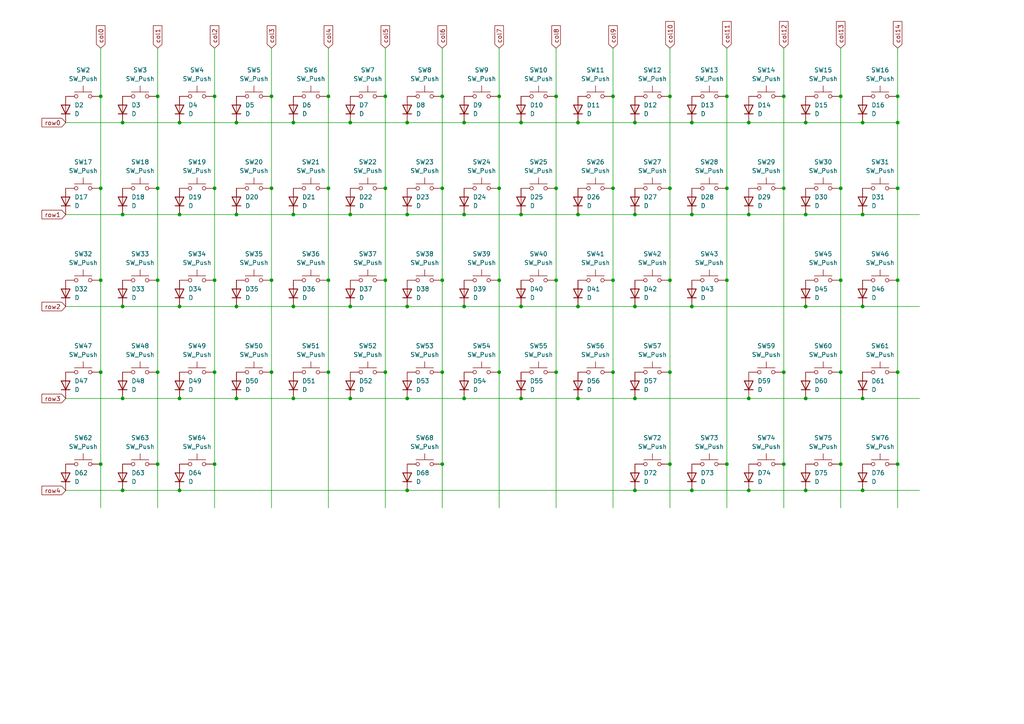
<source format=kicad_sch>
(kicad_sch (version 20250114) (generator "eeschema") (generator_version "9.0")
  (paper "A4")
  (lib_symbols
    (symbol "Device:D" (pin_numbers (hide yes)) (pin_names (offset 1.016) (hide yes))
      (property "Reference" "D" (at 0 2.54 0))
      (property "Value" "D" (at 0 -2.54 0))
      (symbol "D_0_1"
        (polyline (pts (xy -1.27 1.27) (xy -1.27 -1.27)) (stroke (width 0.254)))
        (polyline (pts (xy 1.27 1.27) (xy 1.27 -1.27) (xy -1.27 0) (xy 1.27 1.27)) (stroke (width 0.254)))
        (polyline (pts (xy 1.27 0) (xy -1.27 0)))
      )
      (symbol "D_1_1"
        (pin passive line (at -3.81 0 0) (length 2.54) (name "K") (number "1"))
        (pin passive line (at 3.81 0 180) (length 2.54) (name "A") (number "2"))
      )
    )
    (symbol "Switch:SW_Push" (pin_numbers (hide yes)) (pin_names (offset 1.016) (hide yes))
      (property "Reference" "SW" (at 1.27 2.54 0))
      (property "Value" "SW_Push" (at 0 -1.524 0))
      (symbol "SW_Push_0_1"
        (circle (center -2.032 0) (radius 0.508))
        (polyline (pts (xy 0 1.27) (xy 0 3.048)))
        (circle (center 2.032 0) (radius 0.508))
        (polyline (pts (xy 2.54 1.27) (xy -2.54 1.27)))
        (pin passive line (at -5.08 0 0) (length 2.54) (name "1") (number "1"))
        (pin passive line (at 5.08 0 180) (length 2.54) (name "2") (number "2"))
      )
    )
  )
  (junction (at 260.35 27.94))
  (junction (at 243.84 81.28))
  (junction (at 177.8 81.28))
  (junction (at 260.35 107.95))
  (junction (at 118.11 88.9))
  (junction (at 210.82 81.28))
  (junction (at 118.11 62.23))
  (junction (at 233.68 142.24))
  (junction (at 134.62 115.57))
  (junction (at 227.33 54.61))
  (junction (at 78.74 81.28))
  (junction (at 128.27 107.95))
  (junction (at 260.35 134.62))
  (junction (at 151.13 115.57))
  (junction (at 210.82 54.61))
  (junction (at 250.19 88.9))
  (junction (at 29.21 134.62))
  (junction (at 260.35 54.61))
  (junction (at 52.07 115.57))
  (junction (at 194.31 54.61))
  (junction (at 68.58 88.9))
  (junction (at 217.17 35.56))
  (junction (at 111.76 107.95))
  (junction (at 144.78 81.28))
  (junction (at 52.07 62.23))
  (junction (at 78.74 54.61))
  (junction (at 62.23 54.61))
  (junction (at 184.15 142.24))
  (junction (at 177.8 54.61))
  (junction (at 194.31 134.62))
  (junction (at 250.19 35.56))
  (junction (at 85.09 35.56))
  (junction (at 95.25 54.61))
  (junction (at 194.31 107.95))
  (junction (at 62.23 81.28))
  (junction (at 217.17 62.23))
  (junction (at 29.21 54.61))
  (junction (at 184.15 115.57))
  (junction (at 128.27 54.61))
  (junction (at 227.33 134.62))
  (junction (at 68.58 35.56))
  (junction (at 194.31 27.94))
  (junction (at 184.15 88.9))
  (junction (at 134.62 35.56))
  (junction (at 134.62 88.9))
  (junction (at 134.62 62.23))
  (junction (at 62.23 27.94))
  (junction (at 45.72 134.62))
  (junction (at 128.27 134.62))
  (junction (at 167.64 115.57))
  (junction (at 118.11 115.57))
  (junction (at 101.6 62.23))
  (junction (at 45.72 27.94))
  (junction (at 227.33 27.94))
  (junction (at 29.21 27.94))
  (junction (at 95.25 27.94))
  (junction (at 151.13 88.9))
  (junction (at 78.74 27.94))
  (junction (at 35.56 142.24))
  (junction (at 52.07 88.9))
  (junction (at 111.76 81.28))
  (junction (at 144.78 107.95))
  (junction (at 62.23 107.95))
  (junction (at 200.66 62.23))
  (junction (at 217.17 115.57))
  (junction (at 128.27 27.94))
  (junction (at 118.11 142.24))
  (junction (at 111.76 27.94))
  (junction (at 161.29 107.95))
  (junction (at 85.09 62.23))
  (junction (at 161.29 54.61))
  (junction (at 260.35 35.56))
  (junction (at 85.09 115.57))
  (junction (at 233.68 115.57))
  (junction (at 194.31 81.28))
  (junction (at 233.68 35.56))
  (junction (at 184.15 62.23))
  (junction (at 243.84 54.61))
  (junction (at 200.66 35.56))
  (junction (at 161.29 27.94))
  (junction (at 144.78 54.61))
  (junction (at 101.6 88.9))
  (junction (at 35.56 115.57))
  (junction (at 177.8 107.95))
  (junction (at 167.64 62.23))
  (junction (at 128.27 81.28))
  (junction (at 52.07 142.24))
  (junction (at 210.82 134.62))
  (junction (at 210.82 27.94))
  (junction (at 62.23 134.62))
  (junction (at 167.64 35.56))
  (junction (at 177.8 27.94))
  (junction (at 52.07 35.56))
  (junction (at 200.66 142.24))
  (junction (at 68.58 62.23))
  (junction (at 184.15 35.56))
  (junction (at 29.21 107.95))
  (junction (at 167.64 88.9))
  (junction (at 45.72 81.28))
  (junction (at 243.84 27.94))
  (junction (at 243.84 134.62))
  (junction (at 35.56 35.56))
  (junction (at 35.56 62.23))
  (junction (at 144.78 27.94))
  (junction (at 68.58 115.57))
  (junction (at 250.19 142.24))
  (junction (at 243.84 107.95))
  (junction (at 85.09 88.9))
  (junction (at 260.35 81.28))
  (junction (at 101.6 35.56))
  (junction (at 250.19 115.57))
  (junction (at 151.13 62.23))
  (junction (at 151.13 35.56))
  (junction (at 95.25 107.95))
  (junction (at 217.17 142.24))
  (junction (at 118.11 35.56))
  (junction (at 200.66 88.9))
  (junction (at 35.56 88.9))
  (junction (at 161.29 81.28))
  (junction (at 45.72 107.95))
  (junction (at 95.25 81.28))
  (junction (at 250.19 62.23))
  (junction (at 78.74 107.95))
  (junction (at 233.68 88.9))
  (junction (at 101.6 115.57))
  (junction (at 45.72 54.61))
  (junction (at 111.76 54.61))
  (junction (at 227.33 107.95))
  (junction (at 233.68 62.23))
  (junction (at 29.21 81.28))
  (wire (pts (xy 85.09 62.23) (xy 101.6 62.23)))
  (wire (pts (xy 161.29 107.95) (xy 161.29 147.32)))
  (wire (pts (xy 184.15 142.24) (xy 200.66 142.24)))
  (wire (pts (xy 243.84 27.94) (xy 243.84 54.61)))
  (wire (pts (xy 45.72 54.61) (xy 45.72 81.28)))
  (wire (pts (xy 151.13 88.9) (xy 167.64 88.9)))
  (wire (pts (xy 177.8 81.28) (xy 177.8 107.95)))
  (wire (pts (xy 167.64 35.56) (xy 184.15 35.56)))
  (wire (pts (xy 78.74 27.94) (xy 78.74 54.61)))
  (wire (pts (xy 78.74 107.95) (xy 78.74 147.32)))
  (wire (pts (xy 19.05 88.9) (xy 35.56 88.9)))
  (wire (pts (xy 200.66 142.24) (xy 217.17 142.24)))
  (wire (pts (xy 68.58 88.9) (xy 85.09 88.9)))
  (wire (pts (xy 62.23 13.97) (xy 62.23 27.94)))
  (wire (pts (xy 260.35 54.61) (xy 260.35 81.28)))
  (wire (pts (xy 260.35 13.97) (xy 260.35 27.94)))
  (wire (pts (xy 144.78 54.61) (xy 144.78 81.28)))
  (wire (pts (xy 184.15 88.9) (xy 200.66 88.9)))
  (wire (pts (xy 29.21 107.95) (xy 29.21 134.62)))
  (wire (pts (xy 118.11 115.57) (xy 134.62 115.57)))
  (wire (pts (xy 68.58 62.23) (xy 85.09 62.23)))
  (wire (pts (xy 243.84 81.28) (xy 243.84 107.95)))
  (wire (pts (xy 85.09 88.9) (xy 101.6 88.9)))
  (wire (pts (xy 233.68 142.24) (xy 250.19 142.24)))
  (wire (pts (xy 78.74 13.97) (xy 78.74 27.94)))
  (wire (pts (xy 167.64 62.23) (xy 184.15 62.23)))
  (wire (pts (xy 233.68 35.56) (xy 250.19 35.56)))
  (wire (pts (xy 233.68 88.9) (xy 250.19 88.9)))
  (wire (pts (xy 250.19 115.57) (xy 266.7 115.57)))
  (wire (pts (xy 35.56 142.24) (xy 52.07 142.24)))
  (wire (pts (xy 243.84 54.61) (xy 243.84 81.28)))
  (wire (pts (xy 260.35 27.94) (xy 260.35 35.56)))
  (wire (pts (xy 177.8 107.95) (xy 177.8 147.32)))
  (wire (pts (xy 184.15 35.56) (xy 200.66 35.56)))
  (wire (pts (xy 128.27 27.94) (xy 128.27 54.61)))
  (wire (pts (xy 177.8 54.61) (xy 177.8 81.28)))
  (wire (pts (xy 194.31 27.94) (xy 194.31 54.61)))
  (wire (pts (xy 161.29 27.94) (xy 161.29 54.61)))
  (wire (pts (xy 52.07 62.23) (xy 68.58 62.23)))
  (wire (pts (xy 167.64 115.57) (xy 184.15 115.57)))
  (wire (pts (xy 144.78 27.94) (xy 144.78 54.61)))
  (wire (pts (xy 217.17 35.56) (xy 233.68 35.56)))
  (wire (pts (xy 161.29 81.28) (xy 161.29 107.95)))
  (wire (pts (xy 111.76 27.94) (xy 111.76 54.61)))
  (wire (pts (xy 19.05 142.24) (xy 35.56 142.24)))
  (wire (pts (xy 184.15 115.57) (xy 217.17 115.57)))
  (wire (pts (xy 151.13 62.23) (xy 167.64 62.23)))
  (wire (pts (xy 210.82 81.28) (xy 210.82 134.62)))
  (wire (pts (xy 227.33 134.62) (xy 227.33 147.32)))
  (wire (pts (xy 45.72 27.94) (xy 45.72 54.61)))
  (wire (pts (xy 101.6 35.56) (xy 118.11 35.56)))
  (wire (pts (xy 101.6 115.57) (xy 118.11 115.57)))
  (wire (pts (xy 78.74 81.28) (xy 78.74 107.95)))
  (wire (pts (xy 52.07 35.56) (xy 68.58 35.56)))
  (wire (pts (xy 118.11 62.23) (xy 134.62 62.23)))
  (wire (pts (xy 144.78 13.97) (xy 144.78 27.94)))
  (wire (pts (xy 45.72 81.28) (xy 45.72 107.95)))
  (wire (pts (xy 128.27 107.95) (xy 128.27 134.62)))
  (wire (pts (xy 68.58 35.56) (xy 85.09 35.56)))
  (wire (pts (xy 151.13 115.57) (xy 167.64 115.57)))
  (wire (pts (xy 243.84 13.97) (xy 243.84 27.94)))
  (wire (pts (xy 19.05 35.56) (xy 35.56 35.56)))
  (wire (pts (xy 52.07 142.24) (xy 118.11 142.24)))
  (wire (pts (xy 144.78 81.28) (xy 144.78 107.95)))
  (wire (pts (xy 95.25 107.95) (xy 95.25 147.32)))
  (wire (pts (xy 62.23 27.94) (xy 62.23 54.61)))
  (wire (pts (xy 111.76 107.95) (xy 111.76 147.32)))
  (wire (pts (xy 128.27 134.62) (xy 128.27 147.32)))
  (wire (pts (xy 128.27 13.97) (xy 128.27 27.94)))
  (wire (pts (xy 111.76 81.28) (xy 111.76 107.95)))
  (wire (pts (xy 68.58 115.57) (xy 85.09 115.57)))
  (wire (pts (xy 78.74 54.61) (xy 78.74 81.28)))
  (wire (pts (xy 161.29 13.97) (xy 161.29 27.94)))
  (wire (pts (xy 85.09 115.57) (xy 101.6 115.57)))
  (wire (pts (xy 29.21 13.97) (xy 29.21 27.94)))
  (wire (pts (xy 134.62 35.56) (xy 151.13 35.56)))
  (wire (pts (xy 45.72 134.62) (xy 45.72 147.32)))
  (wire (pts (xy 111.76 13.97) (xy 111.76 27.94)))
  (wire (pts (xy 243.84 134.62) (xy 243.84 147.32)))
  (wire (pts (xy 62.23 81.28) (xy 62.23 107.95)))
  (wire (pts (xy 95.25 13.97) (xy 95.25 27.94)))
  (wire (pts (xy 134.62 115.57) (xy 151.13 115.57)))
  (wire (pts (xy 233.68 62.23) (xy 250.19 62.23)))
  (wire (pts (xy 250.19 142.24) (xy 266.7 142.24)))
  (wire (pts (xy 62.23 54.61) (xy 62.23 81.28)))
  (wire (pts (xy 29.21 81.28) (xy 29.21 107.95)))
  (wire (pts (xy 128.27 54.61) (xy 128.27 81.28)))
  (wire (pts (xy 101.6 88.9) (xy 118.11 88.9)))
  (wire (pts (xy 194.31 134.62) (xy 194.31 147.32)))
  (wire (pts (xy 134.62 88.9) (xy 151.13 88.9)))
  (wire (pts (xy 184.15 62.23) (xy 200.66 62.23)))
  (wire (pts (xy 227.33 54.61) (xy 227.33 107.95)))
  (wire (pts (xy 227.33 13.97) (xy 227.33 27.94)))
  (wire (pts (xy 260.35 35.56) (xy 260.35 54.61)))
  (wire (pts (xy 35.56 62.23) (xy 52.07 62.23)))
  (wire (pts (xy 35.56 115.57) (xy 52.07 115.57)))
  (wire (pts (xy 250.19 88.9) (xy 266.7 88.9)))
  (wire (pts (xy 161.29 54.61) (xy 161.29 81.28)))
  (wire (pts (xy 35.56 35.56) (xy 52.07 35.56)))
  (wire (pts (xy 95.25 54.61) (xy 95.25 81.28)))
  (wire (pts (xy 134.62 62.23) (xy 151.13 62.23)))
  (wire (pts (xy 227.33 27.94) (xy 227.33 54.61)))
  (wire (pts (xy 250.19 35.56) (xy 260.35 35.56)))
  (wire (pts (xy 111.76 54.61) (xy 111.76 81.28)))
  (wire (pts (xy 210.82 13.97) (xy 210.82 27.94)))
  (wire (pts (xy 194.31 54.61) (xy 194.31 81.28)))
  (wire (pts (xy 144.78 107.95) (xy 144.78 147.32)))
  (wire (pts (xy 194.31 107.95) (xy 194.31 134.62)))
  (wire (pts (xy 128.27 81.28) (xy 128.27 107.95)))
  (wire (pts (xy 95.25 27.94) (xy 95.25 54.61)))
  (wire (pts (xy 210.82 54.61) (xy 210.82 81.28)))
  (wire (pts (xy 118.11 35.56) (xy 134.62 35.56)))
  (wire (pts (xy 35.56 88.9) (xy 52.07 88.9)))
  (wire (pts (xy 260.35 81.28) (xy 260.35 107.95)))
  (wire (pts (xy 227.33 107.95) (xy 227.33 134.62)))
  (wire (pts (xy 19.05 115.57) (xy 35.56 115.57)))
  (wire (pts (xy 233.68 115.57) (xy 250.19 115.57)))
  (wire (pts (xy 200.66 62.23) (xy 217.17 62.23)))
  (wire (pts (xy 45.72 13.97) (xy 45.72 27.94)))
  (wire (pts (xy 29.21 54.61) (xy 29.21 81.28)))
  (wire (pts (xy 210.82 134.62) (xy 210.82 147.32)))
  (wire (pts (xy 19.05 62.23) (xy 35.56 62.23)))
  (wire (pts (xy 200.66 35.56) (xy 217.17 35.56)))
  (wire (pts (xy 29.21 27.94) (xy 29.21 54.61)))
  (wire (pts (xy 200.66 88.9) (xy 233.68 88.9)))
  (wire (pts (xy 217.17 142.24) (xy 233.68 142.24)))
  (wire (pts (xy 118.11 88.9) (xy 134.62 88.9)))
  (wire (pts (xy 62.23 107.95) (xy 62.23 134.62)))
  (wire (pts (xy 250.19 62.23) (xy 266.7 62.23)))
  (wire (pts (xy 194.31 81.28) (xy 194.31 107.95)))
  (wire (pts (xy 101.6 62.23) (xy 118.11 62.23)))
  (wire (pts (xy 29.21 134.62) (xy 29.21 147.32)))
  (wire (pts (xy 177.8 13.97) (xy 177.8 27.94)))
  (wire (pts (xy 210.82 27.94) (xy 210.82 54.61)))
  (wire (pts (xy 243.84 107.95) (xy 243.84 134.62)))
  (wire (pts (xy 52.07 88.9) (xy 68.58 88.9)))
  (wire (pts (xy 45.72 107.95) (xy 45.72 134.62)))
  (wire (pts (xy 194.31 13.97) (xy 194.31 27.94)))
  (wire (pts (xy 62.23 134.62) (xy 62.23 147.32)))
  (wire (pts (xy 52.07 115.57) (xy 68.58 115.57)))
  (wire (pts (xy 217.17 115.57) (xy 233.68 115.57)))
  (wire (pts (xy 177.8 27.94) (xy 177.8 54.61)))
  (wire (pts (xy 118.11 142.24) (xy 184.15 142.24)))
  (wire (pts (xy 260.35 134.62) (xy 260.35 147.32)))
  (wire (pts (xy 95.25 81.28) (xy 95.25 107.95)))
  (wire (pts (xy 217.17 62.23) (xy 233.68 62.23)))
  (wire (pts (xy 85.09 35.56) (xy 101.6 35.56)))
  (wire (pts (xy 151.13 35.56) (xy 167.64 35.56)))
  (wire (pts (xy 167.64 88.9) (xy 184.15 88.9)))
  (wire (pts (xy 260.35 107.95) (xy 260.35 134.62)))
  (global_label "row4" (shape input) (at 19.05 142.24 180) (property "Intersheetrefs" "${INTERSHEET_REFS}" (effects (hide yes))))
  (global_label "col6" (shape input) (at 128.27 13.97 90) (property "Intersheetrefs" "${INTERSHEET_REFS}" (effects (hide yes))))
  (global_label "col8" (shape input) (at 161.29 13.97 90) (property "Intersheetrefs" "${INTERSHEET_REFS}" (effects (hide yes))))
  (global_label "row0" (shape input) (at 19.05 35.56 180) (property "Intersheetrefs" "${INTERSHEET_REFS}" (effects (hide yes))))
  (global_label "col9" (shape input) (at 177.8 13.97 90) (property "Intersheetrefs" "${INTERSHEET_REFS}" (effects (hide yes))))
  (global_label "row2" (shape input) (at 19.05 88.9 180) (property "Intersheetrefs" "${INTERSHEET_REFS}" (effects (hide yes))))
  (global_label "col14" (shape input) (at 260.35 13.97 90) (property "Intersheetrefs" "${INTERSHEET_REFS}" (effects (hide yes))))
  (global_label "col5" (shape input) (at 111.76 13.97 90) (property "Intersheetrefs" "${INTERSHEET_REFS}" (effects (hide yes))))
  (global_label "col4" (shape input) (at 95.25 13.97 90) (property "Intersheetrefs" "${INTERSHEET_REFS}" (effects (hide yes))))
  (global_label "col0" (shape input) (at 29.21 13.97 90) (property "Intersheetrefs" "${INTERSHEET_REFS}" (effects (hide yes))))
  (global_label "col1" (shape input) (at 45.72 13.97 90) (property "Intersheetrefs" "${INTERSHEET_REFS}" (effects (hide yes))))
  (global_label "row3" (shape input) (at 19.05 115.57 180) (property "Intersheetrefs" "${INTERSHEET_REFS}" (effects (hide yes))))
  (global_label "row1" (shape input) (at 19.05 62.23 180) (property "Intersheetrefs" "${INTERSHEET_REFS}" (effects (hide yes))))
  (global_label "col7" (shape input) (at 144.78 13.97 90) (property "Intersheetrefs" "${INTERSHEET_REFS}" (effects (hide yes))))
  (global_label "col12" (shape input) (at 227.33 13.97 90) (property "Intersheetrefs" "${INTERSHEET_REFS}" (effects (hide yes))))
  (global_label "col10" (shape input) (at 194.31 13.97 90) (property "Intersheetrefs" "${INTERSHEET_REFS}" (effects (hide yes))))
  (global_label "col11" (shape input) (at 210.82 13.97 90) (property "Intersheetrefs" "${INTERSHEET_REFS}" (effects (hide yes))))
  (global_label "col2" (shape input) (at 62.23 13.97 90) (property "Intersheetrefs" "${INTERSHEET_REFS}" (effects (hide yes))))
  (global_label "col3" (shape input) (at 78.74 13.97 90) (property "Intersheetrefs" "${INTERSHEET_REFS}" (effects (hide yes))))
  (global_label "col13" (shape input) (at 243.84 13.97 90) (property "Intersheetrefs" "${INTERSHEET_REFS}" (effects (hide yes))))
  (symbol (lib_id "Device:D") (at 233.68 138.43 90) (unit 1)
    (property "Reference" "D75" (at 236.22 137.1599 90) (effects (justify right)))
    (property "Value" "D" (at 236.22 139.6999 90) (effects (justify right)))
    (property "Description" "Diode" (effects (hide yes)))
    (property "Sim.Device" "D" (effects (hide yes)))
    (property "Sim.Pins" "1=K 2=A" (effects (hide yes)))
  )
  (symbol (lib_id "Switch:SW_Push") (at 139.7 54.61 0) (unit 1)
    (property "Reference" "SW24" (at 139.7 46.99 0))
    (property "Value" "SW_Push" (at 139.7 49.53 0))
    (property "Description" "Push button switch, generic, two pins" (effects (hide yes)))
  )
  (symbol (lib_id "Device:D") (at 19.05 31.75 90) (unit 1)
    (property "Reference" "D2" (at 21.59 30.4799 90) (effects (justify right)))
    (property "Value" "D" (at 21.59 33.0199 90) (effects (justify right)))
    (property "Description" "Diode" (effects (hide yes)))
    (property "Sim.Device" "D" (effects (hide yes)))
    (property "Sim.Pins" "1=K 2=A" (effects (hide yes)))
  )
  (symbol (lib_id "Switch:SW_Push") (at 172.72 54.61 0) (unit 1)
    (property "Reference" "SW26" (at 172.72 46.99 0))
    (property "Value" "SW_Push" (at 172.72 49.53 0))
    (property "Description" "Push button switch, generic, two pins" (effects (hide yes)))
  )
  (symbol (lib_id "Device:D") (at 19.05 138.43 90) (unit 1)
    (property "Reference" "D62" (at 21.59 137.1599 90) (effects (justify right)))
    (property "Value" "D" (at 21.59 139.6999 90) (effects (justify right)))
    (property "Description" "Diode" (effects (hide yes)))
    (property "Sim.Device" "D" (effects (hide yes)))
    (property "Sim.Pins" "1=K 2=A" (effects (hide yes)))
  )
  (symbol (lib_id "Switch:SW_Push") (at 106.68 27.94 0) (unit 1)
    (property "Reference" "SW7" (at 106.68 20.32 0))
    (property "Value" "SW_Push" (at 106.68 22.86 0))
    (property "Description" "Push button switch, generic, two pins" (effects (hide yes)))
  )
  (symbol (lib_id "Device:D") (at 217.17 138.43 90) (unit 1)
    (property "Reference" "D74" (at 219.71 137.1599 90) (effects (justify right)))
    (property "Value" "D" (at 219.71 139.6999 90) (effects (justify right)))
    (property "Description" "Diode" (effects (hide yes)))
    (property "Sim.Device" "D" (effects (hide yes)))
    (property "Sim.Pins" "1=K 2=A" (effects (hide yes)))
  )
  (symbol (lib_id "Switch:SW_Push") (at 24.13 107.95 0) (unit 1)
    (property "Reference" "SW47" (at 24.13 100.33 0))
    (property "Value" "SW_Push" (at 24.13 102.87 0))
    (property "Description" "Push button switch, generic, two pins" (effects (hide yes)))
  )
  (symbol (lib_id "Switch:SW_Push") (at 24.13 134.62 0) (unit 1)
    (property "Reference" "SW62" (at 24.13 127 0))
    (property "Value" "SW_Push" (at 24.13 129.54 0))
    (property "Description" "Push button switch, generic, two pins" (effects (hide yes)))
  )
  (symbol (lib_id "Device:D") (at 118.11 111.76 90) (unit 1)
    (property "Reference" "D53" (at 120.65 110.4899 90) (effects (justify right)))
    (property "Value" "D" (at 120.65 113.0299 90) (effects (justify right)))
    (property "Description" "Diode" (effects (hide yes)))
    (property "Sim.Device" "D" (effects (hide yes)))
    (property "Sim.Pins" "1=K 2=A" (effects (hide yes)))
  )
  (symbol (lib_id "Switch:SW_Push") (at 123.19 134.62 0) (unit 1)
    (property "Reference" "SW68" (at 123.19 127 0))
    (property "Value" "SW_Push" (at 123.19 129.54 0))
    (property "Description" "Push button switch, generic, two pins" (effects (hide yes)))
  )
  (symbol (lib_id "Device:D") (at 250.19 85.09 90) (unit 1)
    (property "Reference" "D46" (at 252.73 83.8199 90) (effects (justify right)))
    (property "Value" "D" (at 252.73 86.3599 90) (effects (justify right)))
    (property "Description" "Diode" (effects (hide yes)))
    (property "Sim.Device" "D" (effects (hide yes)))
    (property "Sim.Pins" "1=K 2=A" (effects (hide yes)))
  )
  (symbol (lib_id "Device:D") (at 118.11 31.75 90) (unit 1)
    (property "Reference" "D8" (at 120.65 30.4799 90) (effects (justify right)))
    (property "Value" "D" (at 120.65 33.0199 90) (effects (justify right)))
    (property "Description" "Diode" (effects (hide yes)))
    (property "Sim.Device" "D" (effects (hide yes)))
    (property "Sim.Pins" "1=K 2=A" (effects (hide yes)))
  )
  (symbol (lib_id "Switch:SW_Push") (at 123.19 27.94 0) (unit 1)
    (property "Reference" "SW8" (at 123.19 20.32 0))
    (property "Value" "SW_Push" (at 123.19 22.86 0))
    (property "Description" "Push button switch, generic, two pins" (effects (hide yes)))
  )
  (symbol (lib_id "Switch:SW_Push") (at 255.27 54.61 0) (unit 1)
    (property "Reference" "SW31" (at 255.27 46.99 0))
    (property "Value" "SW_Push" (at 255.27 49.53 0))
    (property "Description" "Push button switch, generic, two pins" (effects (hide yes)))
  )
  (symbol (lib_id "Device:D") (at 167.64 111.76 90) (unit 1)
    (property "Reference" "D56" (at 170.18 110.4899 90) (effects (justify right)))
    (property "Value" "D" (at 170.18 113.0299 90) (effects (justify right)))
    (property "Description" "Diode" (effects (hide yes)))
    (property "Sim.Device" "D" (effects (hide yes)))
    (property "Sim.Pins" "1=K 2=A" (effects (hide yes)))
  )
  (symbol (lib_id "Device:D") (at 35.56 111.76 90) (unit 1)
    (property "Reference" "D48" (at 38.1 110.4899 90) (effects (justify right)))
    (property "Value" "D" (at 38.1 113.0299 90) (effects (justify right)))
    (property "Description" "Diode" (effects (hide yes)))
    (property "Sim.Device" "D" (effects (hide yes)))
    (property "Sim.Pins" "1=K 2=A" (effects (hide yes)))
  )
  (symbol (lib_id "Device:D") (at 134.62 111.76 90) (unit 1)
    (property "Reference" "D54" (at 137.16 110.4899 90) (effects (justify right)))
    (property "Value" "D" (at 137.16 113.0299 90) (effects (justify right)))
    (property "Description" "Diode" (effects (hide yes)))
    (property "Sim.Device" "D" (effects (hide yes)))
    (property "Sim.Pins" "1=K 2=A" (effects (hide yes)))
  )
  (symbol (lib_id "Switch:SW_Push") (at 255.27 27.94 0) (unit 1)
    (property "Reference" "SW16" (at 255.27 20.32 0))
    (property "Value" "SW_Push" (at 255.27 22.86 0))
    (property "Description" "Push button switch, generic, two pins" (effects (hide yes)))
  )
  (symbol (lib_id "Device:D") (at 19.05 85.09 90) (unit 1)
    (property "Reference" "D32" (at 21.59 83.8199 90) (effects (justify right)))
    (property "Value" "D" (at 21.59 86.3599 90) (effects (justify right)))
    (property "Description" "Diode" (effects (hide yes)))
    (property "Sim.Device" "D" (effects (hide yes)))
    (property "Sim.Pins" "1=K 2=A" (effects (hide yes)))
  )
  (symbol (lib_id "Switch:SW_Push") (at 106.68 107.95 0) (unit 1)
    (property "Reference" "SW52" (at 106.68 100.33 0))
    (property "Value" "SW_Push" (at 106.68 102.87 0))
    (property "Description" "Push button switch, generic, two pins" (effects (hide yes)))
  )
  (symbol (lib_id "Switch:SW_Push") (at 123.19 54.61 0) (unit 1)
    (property "Reference" "SW23" (at 123.19 46.99 0))
    (property "Value" "SW_Push" (at 123.19 49.53 0))
    (property "Description" "Push button switch, generic, two pins" (effects (hide yes)))
  )
  (symbol (lib_id "Switch:SW_Push") (at 139.7 27.94 0) (unit 1)
    (property "Reference" "SW9" (at 139.7 20.32 0))
    (property "Value" "SW_Push" (at 139.7 22.86 0))
    (property "Description" "Push button switch, generic, two pins" (effects (hide yes)))
  )
  (symbol (lib_id "Switch:SW_Push") (at 40.64 134.62 0) (unit 1)
    (property "Reference" "SW63" (at 40.64 127 0))
    (property "Value" "SW_Push" (at 40.64 129.54 0))
    (property "Description" "Push button switch, generic, two pins" (effects (hide yes)))
  )
  (symbol (lib_id "Switch:SW_Push") (at 40.64 81.28 0) (unit 1)
    (property "Reference" "SW33" (at 40.64 73.66 0))
    (property "Value" "SW_Push" (at 40.64 76.2 0))
    (property "Description" "Push button switch, generic, two pins" (effects (hide yes)))
  )
  (symbol (lib_id "Device:D") (at 35.56 58.42 90) (unit 1)
    (property "Reference" "D18" (at 38.1 57.1499 90) (effects (justify right)))
    (property "Value" "D" (at 38.1 59.6899 90) (effects (justify right)))
    (property "Description" "Diode" (effects (hide yes)))
    (property "Sim.Device" "D" (effects (hide yes)))
    (property "Sim.Pins" "1=K 2=A" (effects (hide yes)))
  )
  (symbol (lib_id "Switch:SW_Push") (at 255.27 81.28 0) (unit 1)
    (property "Reference" "SW46" (at 255.27 73.66 0))
    (property "Value" "SW_Push" (at 255.27 76.2 0))
    (property "Description" "Push button switch, generic, two pins" (effects (hide yes)))
  )
  (symbol (lib_id "Device:D") (at 101.6 31.75 90) (unit 1)
    (property "Reference" "D7" (at 104.14 30.4799 90) (effects (justify right)))
    (property "Value" "D" (at 104.14 33.0199 90) (effects (justify right)))
    (property "Description" "Diode" (effects (hide yes)))
    (property "Sim.Device" "D" (effects (hide yes)))
    (property "Sim.Pins" "1=K 2=A" (effects (hide yes)))
  )
  (symbol (lib_id "Switch:SW_Push") (at 57.15 134.62 0) (unit 1)
    (property "Reference" "SW64" (at 57.15 127 0))
    (property "Value" "SW_Push" (at 57.15 129.54 0))
    (property "Description" "Push button switch, generic, two pins" (effects (hide yes)))
  )
  (symbol (lib_id "Device:D") (at 200.66 85.09 90) (unit 1)
    (property "Reference" "D43" (at 203.2 83.8199 90) (effects (justify right)))
    (property "Value" "D" (at 203.2 86.3599 90) (effects (justify right)))
    (property "Description" "Diode" (effects (hide yes)))
    (property "Sim.Device" "D" (effects (hide yes)))
    (property "Sim.Pins" "1=K 2=A" (effects (hide yes)))
  )
  (symbol (lib_id "Switch:SW_Push") (at 172.72 81.28 0) (unit 1)
    (property "Reference" "SW41" (at 172.72 73.66 0))
    (property "Value" "SW_Push" (at 172.72 76.2 0))
    (property "Description" "Push button switch, generic, two pins" (effects (hide yes)))
  )
  (symbol (lib_id "Switch:SW_Push") (at 222.25 107.95 0) (unit 1)
    (property "Reference" "SW59" (at 222.25 100.33 0))
    (property "Value" "SW_Push" (at 222.25 102.87 0))
    (property "Description" "Push button switch, generic, two pins" (effects (hide yes)))
  )
  (symbol (lib_id "Device:D") (at 19.05 111.76 90) (unit 1)
    (property "Reference" "D47" (at 21.59 110.4899 90) (effects (justify right)))
    (property "Value" "D" (at 21.59 113.0299 90) (effects (justify right)))
    (property "Description" "Diode" (effects (hide yes)))
    (property "Sim.Device" "D" (effects (hide yes)))
    (property "Sim.Pins" "1=K 2=A" (effects (hide yes)))
  )
  (symbol (lib_id "Switch:SW_Push") (at 172.72 107.95 0) (unit 1)
    (property "Reference" "SW56" (at 172.72 100.33 0))
    (property "Value" "SW_Push" (at 172.72 102.87 0))
    (property "Description" "Push button switch, generic, two pins" (effects (hide yes)))
  )
  (symbol (lib_id "Switch:SW_Push") (at 222.25 54.61 0) (unit 1)
    (property "Reference" "SW29" (at 222.25 46.99 0))
    (property "Value" "SW_Push" (at 222.25 49.53 0))
    (property "Description" "Push button switch, generic, two pins" (effects (hide yes)))
  )
  (symbol (lib_id "Switch:SW_Push") (at 57.15 81.28 0) (unit 1)
    (property "Reference" "SW34" (at 57.15 73.66 0))
    (property "Value" "SW_Push" (at 57.15 76.2 0))
    (property "Description" "Push button switch, generic, two pins" (effects (hide yes)))
  )
  (symbol (lib_id "Switch:SW_Push") (at 255.27 134.62 0) (unit 1)
    (property "Reference" "SW76" (at 255.27 127 0))
    (property "Value" "SW_Push" (at 255.27 129.54 0))
    (property "Description" "Push button switch, generic, two pins" (effects (hide yes)))
  )
  (symbol (lib_id "Switch:SW_Push") (at 255.27 107.95 0) (unit 1)
    (property "Reference" "SW61" (at 255.27 100.33 0))
    (property "Value" "SW_Push" (at 255.27 102.87 0))
    (property "Description" "Push button switch, generic, two pins" (effects (hide yes)))
  )
  (symbol (lib_id "Switch:SW_Push") (at 24.13 54.61 0) (unit 1)
    (property "Reference" "SW17" (at 24.13 46.99 0))
    (property "Value" "SW_Push" (at 24.13 49.53 0))
    (property "Description" "Push button switch, generic, two pins" (effects (hide yes)))
  )
  (symbol (lib_id "Switch:SW_Push") (at 189.23 81.28 0) (unit 1)
    (property "Reference" "SW42" (at 189.23 73.66 0))
    (property "Value" "SW_Push" (at 189.23 76.2 0))
    (property "Description" "Push button switch, generic, two pins" (effects (hide yes)))
  )
  (symbol (lib_id "Device:D") (at 217.17 111.76 90) (unit 1)
    (property "Reference" "D59" (at 219.71 110.4899 90) (effects (justify right)))
    (property "Value" "D" (at 219.71 113.0299 90) (effects (justify right)))
    (property "Description" "Diode" (effects (hide yes)))
    (property "Sim.Device" "D" (effects (hide yes)))
    (property "Sim.Pins" "1=K 2=A" (effects (hide yes)))
  )
  (symbol (lib_id "Switch:SW_Push") (at 189.23 134.62 0) (unit 1)
    (property "Reference" "SW72" (at 189.23 127 0))
    (property "Value" "SW_Push" (at 189.23 129.54 0))
    (property "Description" "Push button switch, generic, two pins" (effects (hide yes)))
  )
  (symbol (lib_id "Device:D") (at 68.58 31.75 90) (unit 1)
    (property "Reference" "D5" (at 71.12 30.4799 90) (effects (justify right)))
    (property "Value" "D" (at 71.12 33.0199 90) (effects (justify right)))
    (property "Description" "Diode" (effects (hide yes)))
    (property "Sim.Device" "D" (effects (hide yes)))
    (property "Sim.Pins" "1=K 2=A" (effects (hide yes)))
  )
  (symbol (lib_id "Switch:SW_Push") (at 106.68 81.28 0) (unit 1)
    (property "Reference" "SW37" (at 106.68 73.66 0))
    (property "Value" "SW_Push" (at 106.68 76.2 0))
    (property "Description" "Push button switch, generic, two pins" (effects (hide yes)))
  )
  (symbol (lib_id "Device:D") (at 217.17 58.42 90) (unit 1)
    (property "Reference" "D29" (at 219.71 57.1499 90) (effects (justify right)))
    (property "Value" "D" (at 219.71 59.6899 90) (effects (justify right)))
    (property "Description" "Diode" (effects (hide yes)))
    (property "Sim.Device" "D" (effects (hide yes)))
    (property "Sim.Pins" "1=K 2=A" (effects (hide yes)))
  )
  (symbol (lib_id "Device:D") (at 151.13 31.75 90) (unit 1)
    (property "Reference" "D10" (at 153.67 30.4799 90) (effects (justify right)))
    (property "Value" "D" (at 153.67 33.0199 90) (effects (justify right)))
    (property "Description" "Diode" (effects (hide yes)))
    (property "Sim.Device" "D" (effects (hide yes)))
    (property "Sim.Pins" "1=K 2=A" (effects (hide yes)))
  )
  (symbol (lib_id "Device:D") (at 134.62 85.09 90) (unit 1)
    (property "Reference" "D39" (at 137.16 83.8199 90) (effects (justify right)))
    (property "Value" "D" (at 137.16 86.3599 90) (effects (justify right)))
    (property "Description" "Diode" (effects (hide yes)))
    (property "Sim.Device" "D" (effects (hide yes)))
    (property "Sim.Pins" "1=K 2=A" (effects (hide yes)))
  )
  (symbol (lib_id "Device:D") (at 233.68 85.09 90) (unit 1)
    (property "Reference" "D45" (at 236.22 83.8199 90) (effects (justify right)))
    (property "Value" "D" (at 236.22 86.3599 90) (effects (justify right)))
    (property "Description" "Diode" (effects (hide yes)))
    (property "Sim.Device" "D" (effects (hide yes)))
    (property "Sim.Pins" "1=K 2=A" (effects (hide yes)))
  )
  (symbol (lib_id "Device:D") (at 85.09 85.09 90) (unit 1)
    (property "Reference" "D36" (at 87.63 83.8199 90) (effects (justify right)))
    (property "Value" "D" (at 87.63 86.3599 90) (effects (justify right)))
    (property "Description" "Diode" (effects (hide yes)))
    (property "Sim.Device" "D" (effects (hide yes)))
    (property "Sim.Pins" "1=K 2=A" (effects (hide yes)))
  )
  (symbol (lib_id "Device:D") (at 85.09 111.76 90) (unit 1)
    (property "Reference" "D51" (at 87.63 110.4899 90) (effects (justify right)))
    (property "Value" "D" (at 87.63 113.0299 90) (effects (justify right)))
    (property "Description" "Diode" (effects (hide yes)))
    (property "Sim.Device" "D" (effects (hide yes)))
    (property "Sim.Pins" "1=K 2=A" (effects (hide yes)))
  )
  (symbol (lib_id "Device:D") (at 52.07 111.76 90) (unit 1)
    (property "Reference" "D49" (at 54.61 110.4899 90) (effects (justify right)))
    (property "Value" "D" (at 54.61 113.0299 90) (effects (justify right)))
    (property "Description" "Diode" (effects (hide yes)))
    (property "Sim.Device" "D" (effects (hide yes)))
    (property "Sim.Pins" "1=K 2=A" (effects (hide yes)))
  )
  (symbol (lib_id "Device:D") (at 167.64 58.42 90) (unit 1)
    (property "Reference" "D26" (at 170.18 57.1499 90) (effects (justify right)))
    (property "Value" "D" (at 170.18 59.6899 90) (effects (justify right)))
    (property "Description" "Diode" (effects (hide yes)))
    (property "Sim.Device" "D" (effects (hide yes)))
    (property "Sim.Pins" "1=K 2=A" (effects (hide yes)))
  )
  (symbol (lib_id "Device:D") (at 151.13 111.76 90) (unit 1)
    (property "Reference" "D55" (at 153.67 110.4899 90) (effects (justify right)))
    (property "Value" "D" (at 153.67 113.0299 90) (effects (justify right)))
    (property "Description" "Diode" (effects (hide yes)))
    (property "Sim.Device" "D" (effects (hide yes)))
    (property "Sim.Pins" "1=K 2=A" (effects (hide yes)))
  )
  (symbol (lib_id "Device:D") (at 233.68 58.42 90) (unit 1)
    (property "Reference" "D30" (at 236.22 57.1499 90) (effects (justify right)))
    (property "Value" "D" (at 236.22 59.6899 90) (effects (justify right)))
    (property "Description" "Diode" (effects (hide yes)))
    (property "Sim.Device" "D" (effects (hide yes)))
    (property "Sim.Pins" "1=K 2=A" (effects (hide yes)))
  )
  (symbol (lib_id "Switch:SW_Push") (at 205.74 27.94 0) (unit 1)
    (property "Reference" "SW13" (at 205.74 20.32 0))
    (property "Value" "SW_Push" (at 205.74 22.86 0))
    (property "Description" "Push button switch, generic, two pins" (effects (hide yes)))
  )
  (symbol (lib_id "Switch:SW_Push") (at 106.68 54.61 0) (unit 1)
    (property "Reference" "SW22" (at 106.68 46.99 0))
    (property "Value" "SW_Push" (at 106.68 49.53 0))
    (property "Description" "Push button switch, generic, two pins" (effects (hide yes)))
  )
  (symbol (lib_id "Device:D") (at 35.56 138.43 90) (unit 1)
    (property "Reference" "D63" (at 38.1 137.1599 90) (effects (justify right)))
    (property "Value" "D" (at 38.1 139.6999 90) (effects (justify right)))
    (property "Description" "Diode" (effects (hide yes)))
    (property "Sim.Device" "D" (effects (hide yes)))
    (property "Sim.Pins" "1=K 2=A" (effects (hide yes)))
  )
  (symbol (lib_id "Device:D") (at 184.15 85.09 90) (unit 1)
    (property "Reference" "D42" (at 186.69 83.8199 90) (effects (justify right)))
    (property "Value" "D" (at 186.69 86.3599 90) (effects (justify right)))
    (property "Description" "Diode" (effects (hide yes)))
    (property "Sim.Device" "D" (effects (hide yes)))
    (property "Sim.Pins" "1=K 2=A" (effects (hide yes)))
  )
  (symbol (lib_id "Switch:SW_Push") (at 238.76 27.94 0) (unit 1)
    (property "Reference" "SW15" (at 238.76 20.32 0))
    (property "Value" "SW_Push" (at 238.76 22.86 0))
    (property "Description" "Push button switch, generic, two pins" (effects (hide yes)))
  )
  (symbol (lib_id "Device:D") (at 118.11 138.43 90) (unit 1)
    (property "Reference" "D68" (at 120.65 137.1599 90) (effects (justify right)))
    (property "Value" "D" (at 120.65 139.6999 90) (effects (justify right)))
    (property "Description" "Diode" (effects (hide yes)))
    (property "Sim.Device" "D" (effects (hide yes)))
    (property "Sim.Pins" "1=K 2=A" (effects (hide yes)))
  )
  (symbol (lib_id "Device:D") (at 19.05 58.42 90) (unit 1)
    (property "Reference" "D17" (at 21.59 57.1499 90) (effects (justify right)))
    (property "Value" "D" (at 21.59 59.6899 90) (effects (justify right)))
    (property "Description" "Diode" (effects (hide yes)))
    (property "Sim.Device" "D" (effects (hide yes)))
    (property "Sim.Pins" "1=K 2=A" (effects (hide yes)))
  )
  (symbol (lib_id "Switch:SW_Push") (at 90.17 107.95 0) (unit 1)
    (property "Reference" "SW51" (at 90.17 100.33 0))
    (property "Value" "SW_Push" (at 90.17 102.87 0))
    (property "Description" "Push button switch, generic, two pins" (effects (hide yes)))
  )
  (symbol (lib_id "Switch:SW_Push") (at 73.66 54.61 0) (unit 1)
    (property "Reference" "SW20" (at 73.66 46.99 0))
    (property "Value" "SW_Push" (at 73.66 49.53 0))
    (property "Description" "Push button switch, generic, two pins" (effects (hide yes)))
  )
  (symbol (lib_id "Switch:SW_Push") (at 57.15 27.94 0) (unit 1)
    (property "Reference" "SW4" (at 57.15 20.32 0))
    (property "Value" "SW_Push" (at 57.15 22.86 0))
    (property "Description" "Push button switch, generic, two pins" (effects (hide yes)))
  )
  (symbol (lib_id "Switch:SW_Push") (at 205.74 134.62 0) (unit 1)
    (property "Reference" "SW73" (at 205.74 127 0))
    (property "Value" "SW_Push" (at 205.74 129.54 0))
    (property "Description" "Push button switch, generic, two pins" (effects (hide yes)))
  )
  (symbol (lib_id "Switch:SW_Push") (at 139.7 81.28 0) (unit 1)
    (property "Reference" "SW39" (at 139.7 73.66 0))
    (property "Value" "SW_Push" (at 139.7 76.2 0))
    (property "Description" "Push button switch, generic, two pins" (effects (hide yes)))
  )
  (symbol (lib_id "Device:D") (at 68.58 58.42 90) (unit 1)
    (property "Reference" "D20" (at 71.12 57.1499 90) (effects (justify right)))
    (property "Value" "D" (at 71.12 59.6899 90) (effects (justify right)))
    (property "Description" "Diode" (effects (hide yes)))
    (property "Sim.Device" "D" (effects (hide yes)))
    (property "Sim.Pins" "1=K 2=A" (effects (hide yes)))
  )
  (symbol (lib_id "Device:D") (at 200.66 138.43 90) (unit 1)
    (property "Reference" "D73" (at 203.2 137.1599 90) (effects (justify right)))
    (property "Value" "D" (at 203.2 139.6999 90) (effects (justify right)))
    (property "Description" "Diode" (effects (hide yes)))
    (property "Sim.Device" "D" (effects (hide yes)))
    (property "Sim.Pins" "1=K 2=A" (effects (hide yes)))
  )
  (symbol (lib_id "Device:D") (at 68.58 85.09 90) (unit 1)
    (property "Reference" "D35" (at 71.12 83.8199 90) (effects (justify right)))
    (property "Value" "D" (at 71.12 86.3599 90) (effects (justify right)))
    (property "Description" "Diode" (effects (hide yes)))
    (property "Sim.Device" "D" (effects (hide yes)))
    (property "Sim.Pins" "1=K 2=A" (effects (hide yes)))
  )
  (symbol (lib_id "Switch:SW_Push") (at 156.21 27.94 0) (unit 1)
    (property "Reference" "SW10" (at 156.21 20.32 0))
    (property "Value" "SW_Push" (at 156.21 22.86 0))
    (property "Description" "Push button switch, generic, two pins" (effects (hide yes)))
  )
  (symbol (lib_id "Device:D") (at 85.09 58.42 90) (unit 1)
    (property "Reference" "D21" (at 87.63 57.1499 90) (effects (justify right)))
    (property "Value" "D" (at 87.63 59.6899 90) (effects (justify right)))
    (property "Description" "Diode" (effects (hide yes)))
    (property "Sim.Device" "D" (effects (hide yes)))
    (property "Sim.Pins" "1=K 2=A" (effects (hide yes)))
  )
  (symbol (lib_id "Device:D") (at 184.15 138.43 90) (unit 1)
    (property "Reference" "D72" (at 186.69 137.1599 90) (effects (justify right)))
    (property "Value" "D" (at 186.69 139.6999 90) (effects (justify right)))
    (property "Description" "Diode" (effects (hide yes)))
    (property "Sim.Device" "D" (effects (hide yes)))
    (property "Sim.Pins" "1=K 2=A" (effects (hide yes)))
  )
  (symbol (lib_id "Switch:SW_Push") (at 156.21 107.95 0) (unit 1)
    (property "Reference" "SW55" (at 156.21 100.33 0))
    (property "Value" "SW_Push" (at 156.21 102.87 0))
    (property "Description" "Push button switch, generic, two pins" (effects (hide yes)))
  )
  (symbol (lib_id "Device:D") (at 134.62 58.42 90) (unit 1)
    (property "Reference" "D24" (at 137.16 57.1499 90) (effects (justify right)))
    (property "Value" "D" (at 137.16 59.6899 90) (effects (justify right)))
    (property "Description" "Diode" (effects (hide yes)))
    (property "Sim.Device" "D" (effects (hide yes)))
    (property "Sim.Pins" "1=K 2=A" (effects (hide yes)))
  )
  (symbol (lib_id "Switch:SW_Push") (at 156.21 81.28 0) (unit 1)
    (property "Reference" "SW40" (at 156.21 73.66 0))
    (property "Value" "SW_Push" (at 156.21 76.2 0))
    (property "Description" "Push button switch, generic, two pins" (effects (hide yes)))
  )
  (symbol (lib_id "Device:D") (at 151.13 85.09 90) (unit 1)
    (property "Reference" "D40" (at 153.67 83.8199 90) (effects (justify right)))
    (property "Value" "D" (at 153.67 86.3599 90) (effects (justify right)))
    (property "Description" "Diode" (effects (hide yes)))
    (property "Sim.Device" "D" (effects (hide yes)))
    (property "Sim.Pins" "1=K 2=A" (effects (hide yes)))
  )
  (symbol (lib_id "Device:D") (at 52.07 58.42 90) (unit 1)
    (property "Reference" "D19" (at 54.61 57.1499 90) (effects (justify right)))
    (property "Value" "D" (at 54.61 59.6899 90) (effects (justify right)))
    (property "Description" "Diode" (effects (hide yes)))
    (property "Sim.Device" "D" (effects (hide yes)))
    (property "Sim.Pins" "1=K 2=A" (effects (hide yes)))
  )
  (symbol (lib_id "Device:D") (at 52.07 138.43 90) (unit 1)
    (property "Reference" "D64" (at 54.61 137.1599 90) (effects (justify right)))
    (property "Value" "D" (at 54.61 139.6999 90) (effects (justify right)))
    (property "Description" "Diode" (effects (hide yes)))
    (property "Sim.Device" "D" (effects (hide yes)))
    (property "Sim.Pins" "1=K 2=A" (effects (hide yes)))
  )
  (symbol (lib_id "Switch:SW_Push") (at 189.23 54.61 0) (unit 1)
    (property "Reference" "SW27" (at 189.23 46.99 0))
    (property "Value" "SW_Push" (at 189.23 49.53 0))
    (property "Description" "Push button switch, generic, two pins" (effects (hide yes)))
  )
  (symbol (lib_id "Device:D") (at 184.15 111.76 90) (unit 1)
    (property "Reference" "D57" (at 186.69 110.4899 90) (effects (justify right)))
    (property "Value" "D" (at 186.69 113.0299 90) (effects (justify right)))
    (property "Description" "Diode" (effects (hide yes)))
    (property "Sim.Device" "D" (effects (hide yes)))
    (property "Sim.Pins" "1=K 2=A" (effects (hide yes)))
  )
  (symbol (lib_id "Device:D") (at 101.6 58.42 90) (unit 1)
    (property "Reference" "D22" (at 104.14 57.1499 90) (effects (justify right)))
    (property "Value" "D" (at 104.14 59.6899 90) (effects (justify right)))
    (property "Description" "Diode" (effects (hide yes)))
    (property "Sim.Device" "D" (effects (hide yes)))
    (property "Sim.Pins" "1=K 2=A" (effects (hide yes)))
  )
  (symbol (lib_id "Device:D") (at 52.07 31.75 90) (unit 1)
    (property "Reference" "D4" (at 54.61 30.4799 90) (effects (justify right)))
    (property "Value" "D" (at 54.61 33.0199 90) (effects (justify right)))
    (property "Description" "Diode" (effects (hide yes)))
    (property "Sim.Device" "D" (effects (hide yes)))
    (property "Sim.Pins" "1=K 2=A" (effects (hide yes)))
  )
  (symbol (lib_id "Device:D") (at 250.19 58.42 90) (unit 1)
    (property "Reference" "D31" (at 252.73 57.1499 90) (effects (justify right)))
    (property "Value" "D" (at 252.73 59.6899 90) (effects (justify right)))
    (property "Description" "Diode" (effects (hide yes)))
    (property "Sim.Device" "D" (effects (hide yes)))
    (property "Sim.Pins" "1=K 2=A" (effects (hide yes)))
  )
  (symbol (lib_id "Device:D") (at 233.68 111.76 90) (unit 1)
    (property "Reference" "D60" (at 236.22 110.4899 90) (effects (justify right)))
    (property "Value" "D" (at 236.22 113.0299 90) (effects (justify right)))
    (property "Description" "Diode" (effects (hide yes)))
    (property "Sim.Device" "D" (effects (hide yes)))
    (property "Sim.Pins" "1=K 2=A" (effects (hide yes)))
  )
  (symbol (lib_id "Device:D") (at 85.09 31.75 90) (unit 1)
    (property "Reference" "D6" (at 87.63 30.4799 90) (effects (justify right)))
    (property "Value" "D" (at 87.63 33.0199 90) (effects (justify right)))
    (property "Description" "Diode" (effects (hide yes)))
    (property "Sim.Device" "D" (effects (hide yes)))
    (property "Sim.Pins" "1=K 2=A" (effects (hide yes)))
  )
  (symbol (lib_id "Switch:SW_Push") (at 73.66 81.28 0) (unit 1)
    (property "Reference" "SW35" (at 73.66 73.66 0))
    (property "Value" "SW_Push" (at 73.66 76.2 0))
    (property "Description" "Push button switch, generic, two pins" (effects (hide yes)))
  )
  (symbol (lib_id "Device:D") (at 184.15 58.42 90) (unit 1)
    (property "Reference" "D27" (at 186.69 57.1499 90) (effects (justify right)))
    (property "Value" "D" (at 186.69 59.6899 90) (effects (justify right)))
    (property "Description" "Diode" (effects (hide yes)))
    (property "Sim.Device" "D" (effects (hide yes)))
    (property "Sim.Pins" "1=K 2=A" (effects (hide yes)))
  )
  (symbol (lib_id "Switch:SW_Push") (at 24.13 81.28 0) (unit 1)
    (property "Reference" "SW32" (at 24.13 73.66 0))
    (property "Value" "SW_Push" (at 24.13 76.2 0))
    (property "Description" "Push button switch, generic, two pins" (effects (hide yes)))
  )
  (symbol (lib_id "Device:D") (at 52.07 85.09 90) (unit 1)
    (property "Reference" "D34" (at 54.61 83.8199 90) (effects (justify right)))
    (property "Value" "D" (at 54.61 86.3599 90) (effects (justify right)))
    (property "Description" "Diode" (effects (hide yes)))
    (property "Sim.Device" "D" (effects (hide yes)))
    (property "Sim.Pins" "1=K 2=A" (effects (hide yes)))
  )
  (symbol (lib_id "Switch:SW_Push") (at 205.74 81.28 0) (unit 1)
    (property "Reference" "SW43" (at 205.74 73.66 0))
    (property "Value" "SW_Push" (at 205.74 76.2 0))
    (property "Description" "Push button switch, generic, two pins" (effects (hide yes)))
  )
  (symbol (lib_id "Switch:SW_Push") (at 57.15 107.95 0) (unit 1)
    (property "Reference" "SW49" (at 57.15 100.33 0))
    (property "Value" "SW_Push" (at 57.15 102.87 0))
    (property "Description" "Push button switch, generic, two pins" (effects (hide yes)))
  )
  (symbol (lib_id "Device:D") (at 217.17 31.75 90) (unit 1)
    (property "Reference" "D14" (at 219.71 30.4799 90) (effects (justify right)))
    (property "Value" "D" (at 219.71 33.0199 90) (effects (justify right)))
    (property "Description" "Diode" (effects (hide yes)))
    (property "Sim.Device" "D" (effects (hide yes)))
    (property "Sim.Pins" "1=K 2=A" (effects (hide yes)))
  )
  (symbol (lib_id "Switch:SW_Push") (at 73.66 107.95 0) (unit 1)
    (property "Reference" "SW50" (at 73.66 100.33 0))
    (property "Value" "SW_Push" (at 73.66 102.87 0))
    (property "Description" "Push button switch, generic, two pins" (effects (hide yes)))
  )
  (symbol (lib_id "Switch:SW_Push") (at 205.74 54.61 0) (unit 1)
    (property "Reference" "SW28" (at 205.74 46.99 0))
    (property "Value" "SW_Push" (at 205.74 49.53 0))
    (property "Description" "Push button switch, generic, two pins" (effects (hide yes)))
  )
  (symbol (lib_id "Switch:SW_Push") (at 222.25 27.94 0) (unit 1)
    (property "Reference" "SW14" (at 222.25 20.32 0))
    (property "Value" "SW_Push" (at 222.25 22.86 0))
    (property "Description" "Push button switch, generic, two pins" (effects (hide yes)))
  )
  (symbol (lib_id "Device:D") (at 101.6 111.76 90) (unit 1)
    (property "Reference" "D52" (at 104.14 110.4899 90) (effects (justify right)))
    (property "Value" "D" (at 104.14 113.0299 90) (effects (justify right)))
    (property "Description" "Diode" (effects (hide yes)))
    (property "Sim.Device" "D" (effects (hide yes)))
    (property "Sim.Pins" "1=K 2=A" (effects (hide yes)))
  )
  (symbol (lib_id "Switch:SW_Push") (at 40.64 27.94 0) (unit 1)
    (property "Reference" "SW3" (at 40.64 20.32 0))
    (property "Value" "SW_Push" (at 40.64 22.86 0))
    (property "Description" "Push button switch, generic, two pins" (effects (hide yes)))
  )
  (symbol (lib_id "Device:D") (at 134.62 31.75 90) (unit 1)
    (property "Reference" "D9" (at 137.16 30.4799 90) (effects (justify right)))
    (property "Value" "D" (at 137.16 33.0199 90) (effects (justify right)))
    (property "Description" "Diode" (effects (hide yes)))
    (property "Sim.Device" "D" (effects (hide yes)))
    (property "Sim.Pins" "1=K 2=A" (effects (hide yes)))
  )
  (symbol (lib_id "Switch:SW_Push") (at 90.17 54.61 0) (unit 1)
    (property "Reference" "SW21" (at 90.17 46.99 0))
    (property "Value" "SW_Push" (at 90.17 49.53 0))
    (property "Description" "Push button switch, generic, two pins" (effects (hide yes)))
  )
  (symbol (lib_id "Switch:SW_Push") (at 24.13 27.94 0) (unit 1)
    (property "Reference" "SW2" (at 24.13 20.32 0))
    (property "Value" "SW_Push" (at 24.13 22.86 0))
    (property "Description" "Push button switch, generic, two pins" (effects (hide yes)))
  )
  (symbol (lib_id "Switch:SW_Push") (at 73.66 27.94 0) (unit 1)
    (property "Reference" "SW5" (at 73.66 20.32 0))
    (property "Value" "SW_Push" (at 73.66 22.86 0))
    (property "Description" "Push button switch, generic, two pins" (effects (hide yes)))
  )
  (symbol (lib_id "Switch:SW_Push") (at 238.76 81.28 0) (unit 1)
    (property "Reference" "SW45" (at 238.76 73.66 0))
    (property "Value" "SW_Push" (at 238.76 76.2 0))
    (property "Description" "Push button switch, generic, two pins" (effects (hide yes)))
  )
  (symbol (lib_id "Device:D") (at 250.19 31.75 90) (unit 1)
    (property "Reference" "D16" (at 252.73 30.4799 90) (effects (justify right)))
    (property "Value" "D" (at 252.73 33.0199 90) (effects (justify right)))
    (property "Description" "Diode" (effects (hide yes)))
    (property "Sim.Device" "D" (effects (hide yes)))
    (property "Sim.Pins" "1=K 2=A" (effects (hide yes)))
  )
  (symbol (lib_id "Switch:SW_Push") (at 156.21 54.61 0) (unit 1)
    (property "Reference" "SW25" (at 156.21 46.99 0))
    (property "Value" "SW_Push" (at 156.21 49.53 0))
    (property "Description" "Push button switch, generic, two pins" (effects (hide yes)))
  )
  (symbol (lib_id "Device:D") (at 101.6 85.09 90) (unit 1)
    (property "Reference" "D37" (at 104.14 83.8199 90) (effects (justify right)))
    (property "Value" "D" (at 104.14 86.3599 90) (effects (justify right)))
    (property "Description" "Diode" (effects (hide yes)))
    (property "Sim.Device" "D" (effects (hide yes)))
    (property "Sim.Pins" "1=K 2=A" (effects (hide yes)))
  )
  (symbol (lib_id "Device:D") (at 167.64 31.75 90) (unit 1)
    (property "Reference" "D11" (at 170.18 30.4799 90) (effects (justify right)))
    (property "Value" "D" (at 170.18 33.0199 90) (effects (justify right)))
    (property "Description" "Diode" (effects (hide yes)))
    (property "Sim.Device" "D" (effects (hide yes)))
    (property "Sim.Pins" "1=K 2=A" (effects (hide yes)))
  )
  (symbol (lib_id "Switch:SW_Push") (at 90.17 81.28 0) (unit 1)
    (property "Reference" "SW36" (at 90.17 73.66 0))
    (property "Value" "SW_Push" (at 90.17 76.2 0))
    (property "Description" "Push button switch, generic, two pins" (effects (hide yes)))
  )
  (symbol (lib_id "Device:D") (at 250.19 138.43 90) (unit 1)
    (property "Reference" "D76" (at 252.73 137.1599 90) (effects (justify right)))
    (property "Value" "D" (at 252.73 139.6999 90) (effects (justify right)))
    (property "Description" "Diode" (effects (hide yes)))
    (property "Sim.Device" "D" (effects (hide yes)))
    (property "Sim.Pins" "1=K 2=A" (effects (hide yes)))
  )
  (symbol (lib_id "Switch:SW_Push") (at 57.15 54.61 0) (unit 1)
    (property "Reference" "SW19" (at 57.15 46.99 0))
    (property "Value" "SW_Push" (at 57.15 49.53 0))
    (property "Description" "Push button switch, generic, two pins" (effects (hide yes)))
  )
  (symbol (lib_id "Device:D") (at 35.56 31.75 90) (unit 1)
    (property "Reference" "D3" (at 38.1 30.4799 90) (effects (justify right)))
    (property "Value" "D" (at 38.1 33.0199 90) (effects (justify right)))
    (property "Description" "Diode" (effects (hide yes)))
    (property "Sim.Device" "D" (effects (hide yes)))
    (property "Sim.Pins" "1=K 2=A" (effects (hide yes)))
  )
  (symbol (lib_id "Device:D") (at 68.58 111.76 90) (unit 1)
    (property "Reference" "D50" (at 71.12 110.4899 90) (effects (justify right)))
    (property "Value" "D" (at 71.12 113.0299 90) (effects (justify right)))
    (property "Description" "Diode" (effects (hide yes)))
    (property "Sim.Device" "D" (effects (hide yes)))
    (property "Sim.Pins" "1=K 2=A" (effects (hide yes)))
  )
  (symbol (lib_id "Switch:SW_Push") (at 90.17 27.94 0) (unit 1)
    (property "Reference" "SW6" (at 90.17 20.32 0))
    (property "Value" "SW_Push" (at 90.17 22.86 0))
    (property "Description" "Push button switch, generic, two pins" (effects (hide yes)))
  )
  (symbol (lib_id "Switch:SW_Push") (at 189.23 27.94 0) (unit 1)
    (property "Reference" "SW12" (at 189.23 20.32 0))
    (property "Value" "SW_Push" (at 189.23 22.86 0))
    (property "Description" "Push button switch, generic, two pins" (effects (hide yes)))
  )
  (symbol (lib_id "Switch:SW_Push") (at 222.25 134.62 0) (unit 1)
    (property "Reference" "SW74" (at 222.25 127 0))
    (property "Value" "SW_Push" (at 222.25 129.54 0))
    (property "Description" "Push button switch, generic, two pins" (effects (hide yes)))
  )
  (symbol (lib_id "Switch:SW_Push") (at 40.64 54.61 0) (unit 1)
    (property "Reference" "SW18" (at 40.64 46.99 0))
    (property "Value" "SW_Push" (at 40.64 49.53 0))
    (property "Description" "Push button switch, generic, two pins" (effects (hide yes)))
  )
  (symbol (lib_id "Switch:SW_Push") (at 238.76 54.61 0) (unit 1)
    (property "Reference" "SW30" (at 238.76 46.99 0))
    (property "Value" "SW_Push" (at 238.76 49.53 0))
    (property "Description" "Push button switch, generic, two pins" (effects (hide yes)))
  )
  (symbol (lib_id "Switch:SW_Push") (at 139.7 107.95 0) (unit 1)
    (property "Reference" "SW54" (at 139.7 100.33 0))
    (property "Value" "SW_Push" (at 139.7 102.87 0))
    (property "Description" "Push button switch, generic, two pins" (effects (hide yes)))
  )
  (symbol (lib_id "Switch:SW_Push") (at 238.76 107.95 0) (unit 1)
    (property "Reference" "SW60" (at 238.76 100.33 0))
    (property "Value" "SW_Push" (at 238.76 102.87 0))
    (property "Description" "Push button switch, generic, two pins" (effects (hide yes)))
  )
  (symbol (lib_id "Device:D") (at 118.11 58.42 90) (unit 1)
    (property "Reference" "D23" (at 120.65 57.1499 90) (effects (justify right)))
    (property "Value" "D" (at 120.65 59.6899 90) (effects (justify right)))
    (property "Description" "Diode" (effects (hide yes)))
    (property "Sim.Device" "D" (effects (hide yes)))
    (property "Sim.Pins" "1=K 2=A" (effects (hide yes)))
  )
  (symbol (lib_id "Device:D") (at 184.15 31.75 90) (unit 1)
    (property "Reference" "D12" (at 186.69 30.4799 90) (effects (justify right)))
    (property "Value" "D" (at 186.69 33.0199 90) (effects (justify right)))
    (property "Description" "Diode" (effects (hide yes)))
    (property "Sim.Device" "D" (effects (hide yes)))
    (property "Sim.Pins" "1=K 2=A" (effects (hide yes)))
  )
  (symbol (lib_id "Device:D") (at 200.66 58.42 90) (unit 1)
    (property "Reference" "D28" (at 203.2 57.1499 90) (effects (justify right)))
    (property "Value" "D" (at 203.2 59.6899 90) (effects (justify right)))
    (property "Description" "Diode" (effects (hide yes)))
    (property "Sim.Device" "D" (effects (hide yes)))
    (property "Sim.Pins" "1=K 2=A" (effects (hide yes)))
  )
  (symbol (lib_id "Device:D") (at 233.68 31.75 90) (unit 1)
    (property "Reference" "D15" (at 236.22 30.4799 90) (effects (justify right)))
    (property "Value" "D" (at 236.22 33.0199 90) (effects (justify right)))
    (property "Description" "Diode" (effects (hide yes)))
    (property "Sim.Device" "D" (effects (hide yes)))
    (property "Sim.Pins" "1=K 2=A" (effects (hide yes)))
  )
  (symbol (lib_id "Device:D") (at 200.66 31.75 90) (unit 1)
    (property "Reference" "D13" (at 203.2 30.4799 90) (effects (justify right)))
    (property "Value" "D" (at 203.2 33.0199 90) (effects (justify right)))
    (property "Description" "Diode" (effects (hide yes)))
    (property "Sim.Device" "D" (effects (hide yes)))
    (property "Sim.Pins" "1=K 2=A" (effects (hide yes)))
  )
  (symbol (lib_id "Device:D") (at 118.11 85.09 90) (unit 1)
    (property "Reference" "D38" (at 120.65 83.8199 90) (effects (justify right)))
    (property "Value" "D" (at 120.65 86.3599 90) (effects (justify right)))
    (property "Description" "Diode" (effects (hide yes)))
    (property "Sim.Device" "D" (effects (hide yes)))
    (property "Sim.Pins" "1=K 2=A" (effects (hide yes)))
  )
  (symbol (lib_id "Device:D") (at 35.56 85.09 90) (unit 1)
    (property "Reference" "D33" (at 38.1 83.8199 90) (effects (justify right)))
    (property "Value" "D" (at 38.1 86.3599 90) (effects (justify right)))
    (property "Description" "Diode" (effects (hide yes)))
    (property "Sim.Device" "D" (effects (hide yes)))
    (property "Sim.Pins" "1=K 2=A" (effects (hide yes)))
  )
  (symbol (lib_id "Switch:SW_Push") (at 238.76 134.62 0) (unit 1)
    (property "Reference" "SW75" (at 238.76 127 0))
    (property "Value" "SW_Push" (at 238.76 129.54 0))
    (property "Description" "Push button switch, generic, two pins" (effects (hide yes)))
  )
  (symbol (lib_id "Switch:SW_Push") (at 40.64 107.95 0) (unit 1)
    (property "Reference" "SW48" (at 40.64 100.33 0))
    (property "Value" "SW_Push" (at 40.64 102.87 0))
    (property "Description" "Push button switch, generic, two pins" (effects (hide yes)))
  )
  (symbol (lib_id "Switch:SW_Push") (at 123.19 81.28 0) (unit 1)
    (property "Reference" "SW38" (at 123.19 73.66 0))
    (property "Value" "SW_Push" (at 123.19 76.2 0))
    (property "Description" "Push button switch, generic, two pins" (effects (hide yes)))
  )
  (symbol (lib_id "Switch:SW_Push") (at 123.19 107.95 0) (unit 1)
    (property "Reference" "SW53" (at 123.19 100.33 0))
    (property "Value" "SW_Push" (at 123.19 102.87 0))
    (property "Description" "Push button switch, generic, two pins" (effects (hide yes)))
  )
  (symbol (lib_id "Device:D") (at 167.64 85.09 90) (unit 1)
    (property "Reference" "D41" (at 170.18 83.8199 90) (effects (justify right)))
    (property "Value" "D" (at 170.18 86.3599 90) (effects (justify right)))
    (property "Description" "Diode" (effects (hide yes)))
    (property "Sim.Device" "D" (effects (hide yes)))
    (property "Sim.Pins" "1=K 2=A" (effects (hide yes)))
  )
  (symbol (lib_id "Switch:SW_Push") (at 172.72 27.94 0) (unit 1)
    (property "Reference" "SW11" (at 172.72 20.32 0))
    (property "Value" "SW_Push" (at 172.72 22.86 0))
    (property "Description" "Push button switch, generic, two pins" (effects (hide yes)))
  )
  (symbol (lib_id "Switch:SW_Push") (at 189.23 107.95 0) (unit 1)
    (property "Reference" "SW57" (at 189.23 100.33 0))
    (property "Value" "SW_Push" (at 189.23 102.87 0))
    (property "Description" "Push button switch, generic, two pins" (effects (hide yes)))
  )
  (symbol (lib_id "Device:D") (at 151.13 58.42 90) (unit 1)
    (property "Reference" "D25" (at 153.67 57.1499 90) (effects (justify right)))
    (property "Value" "D" (at 153.67 59.6899 90) (effects (justify right)))
    (property "Description" "Diode" (effects (hide yes)))
    (property "Sim.Device" "D" (effects (hide yes)))
    (property "Sim.Pins" "1=K 2=A" (effects (hide yes)))
  )
  (symbol (lib_id "Device:D") (at 250.19 111.76 90) (unit 1)
    (property "Reference" "D61" (at 252.73 110.4899 90) (effects (justify right)))
    (property "Value" "D" (at 252.73 113.0299 90) (effects (justify right)))
    (property "Description" "Diode" (effects (hide yes)))
    (property "Sim.Device" "D" (effects (hide yes)))
    (property "Sim.Pins" "1=K 2=A" (effects (hide yes)))
  )
)
</source>
